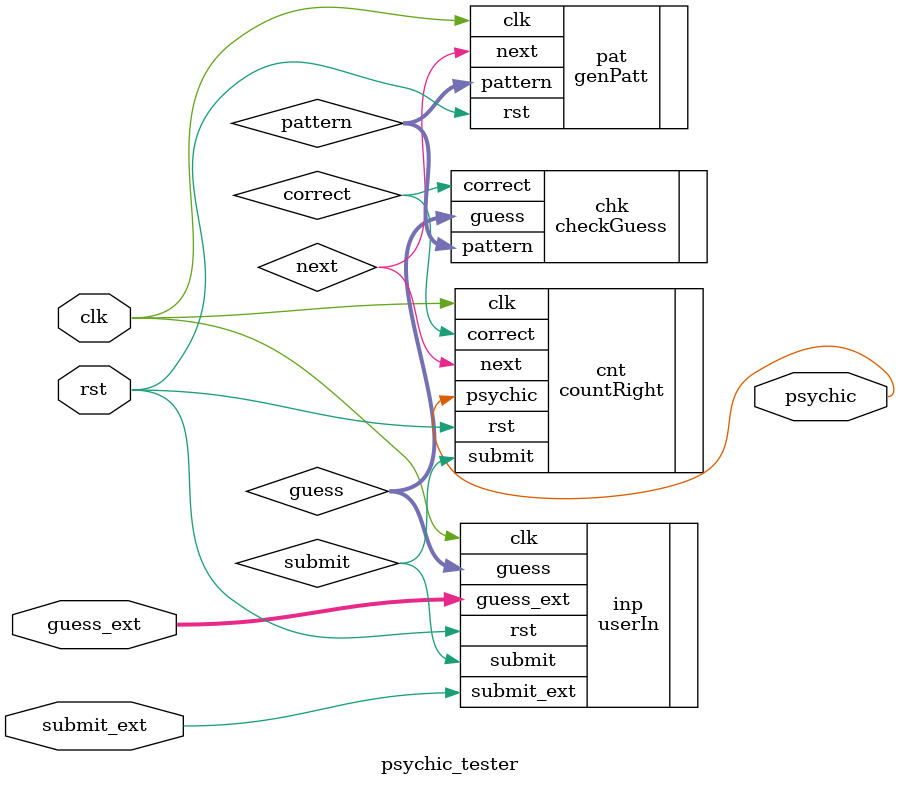
<source format=sv>
module psychic_tester(clk, rst, guess_ext, submit_ext, psychic);
	input  logic       clk, rst, submit_ext;
	input  logic [3:0] guess_ext;
	output logic       psychic;
	
	// intermidate signals
	logic [3:0] pattern, guess;
	logic correct, next, submit;

	// instantiate modules
	// generate pattern using LFSR
	genPatt pat (.clk, .rst, .pattern, .next);
	// gather user input
	userIn  inp (.clk, .rst, .guess_ext, .submit_ext, .guess, .submit);
	// check guess and pattern
	checkGuess chk (.pattern, .guess, .correct);
	// count correct guesses and output psychic signal
	countRight cnt (.clk, .rst, .correct, .submit, .next, .psychic);


endmodule  // psychic_tester;
</source>
